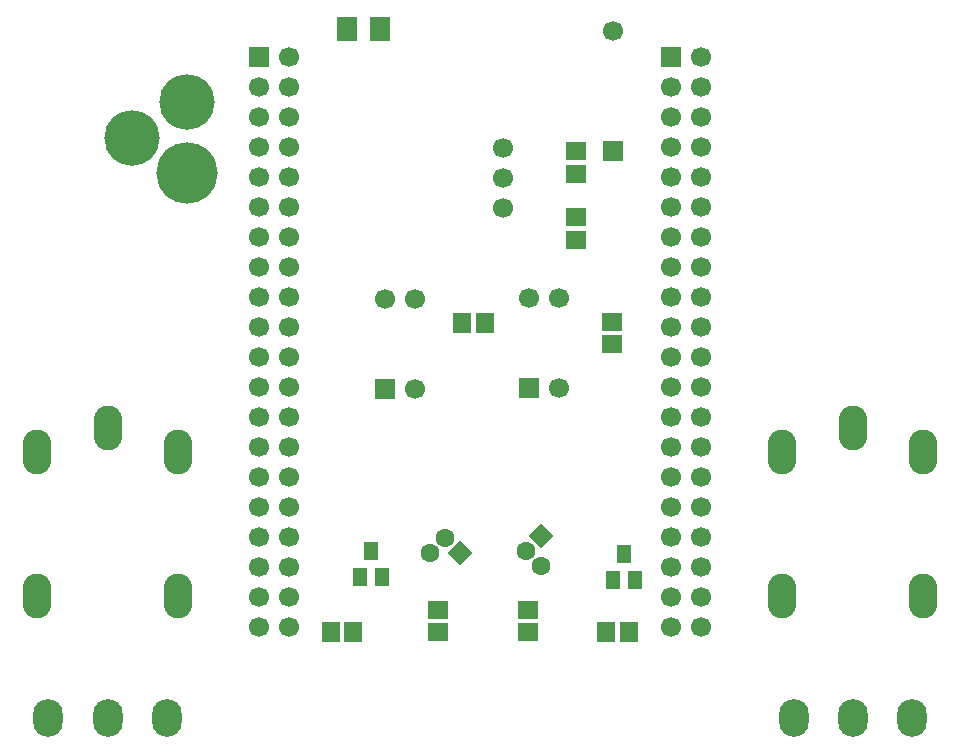
<source format=gbr>
G04 DipTrace 3.0.0.1*
G04 TopMask.gbr*
%MOIN*%
G04 #@! TF.FileFunction,Soldermask,Top*
G04 #@! TF.Part,Single*
%AMOUTLINE1*5,1,4,0,0,0.082002,90.0*%
%AMOUTLINE4*5,1,4,0,0,0.082002,-179.999998*%
%ADD48R,0.047244X0.062992*%
%ADD50C,0.062992*%
%ADD52C,0.066929*%
%ADD54R,0.059055X0.066929*%
%ADD56O,0.094488X0.149606*%
%ADD58C,0.204724*%
%ADD60C,0.185039*%
%ADD62R,0.070866X0.07874*%
%ADD64C,0.066929*%
%ADD66R,0.066929X0.066929*%
%ADD68R,0.066929X0.059055*%
%ADD70O,0.098425X0.125984*%
%ADD78OUTLINE1*%
%ADD81OUTLINE4*%
%FSLAX26Y26*%
G04*
G70*
G90*
G75*
G01*
G04 TopMask*
%LPD*%
D70*
X931103Y589370D3*
X734252D3*
X537402D3*
X3414961D3*
X3218110D3*
X3021260D3*
D68*
X2297244Y2478741D3*
Y2403938D3*
Y2184252D3*
Y2259055D3*
D66*
X2418898Y2480709D3*
D64*
Y2878347D3*
D62*
X1533071Y2885827D3*
X1643307D3*
D60*
X1000394Y2642520D3*
D58*
Y2406299D3*
D60*
X815355Y2524410D3*
D56*
X734252Y1555906D3*
X499252Y1475906D3*
X969252D3*
Y995906D3*
X499252D3*
X3218504Y1555906D3*
X2983504Y1475906D3*
X3453504D3*
Y995906D3*
X2983504D3*
D54*
X1477953Y876772D3*
X1552756D3*
X2472047Y875197D3*
X2397244D3*
D66*
X1658268Y1687402D3*
D52*
X1758268D3*
Y1987402D3*
X1658268D3*
D66*
X2138583Y1690945D3*
D52*
X2238583D3*
Y1990945D3*
X2138583D3*
D50*
X1809843Y1140158D3*
X1859843Y1190158D3*
D78*
X1909843Y1140158D3*
D50*
X2179921Y1095276D3*
X2129921Y1145276D3*
D81*
X2179921Y1195276D3*
D54*
X1991339Y1906693D3*
X1916536D3*
D68*
X1837008Y949607D3*
Y874803D3*
X2414567Y1910630D3*
Y1835827D3*
X2135040Y949607D3*
Y874803D3*
D66*
X2613780Y2793701D3*
D64*
X2713780D3*
X2613780Y2693701D3*
X2713780D3*
X2613780Y2593701D3*
X2713780D3*
X2613780Y2493701D3*
X2713780D3*
X2613780Y2393701D3*
X2713780D3*
X2613780Y2293701D3*
X2713780D3*
X2613780Y2193701D3*
X2713780D3*
X2613780Y2093701D3*
X2713780D3*
X2613780Y1993701D3*
X2713780D3*
X2613780Y1893701D3*
X2713780D3*
X2613780Y1793701D3*
X2713780D3*
X2613780Y1693701D3*
X2713780D3*
X2613780Y1593701D3*
X2713780D3*
X2613780Y1493701D3*
X2713780D3*
X2613780Y1393701D3*
X2713780D3*
X2613780Y1293701D3*
X2713780D3*
X2613780Y1193701D3*
X2713780D3*
X2613780Y1093701D3*
X2713780D3*
X2613780Y993701D3*
X2713780D3*
X2613780Y893701D3*
X2713780D3*
D48*
X1574410Y1059055D3*
X1611811Y1145670D3*
X1649213Y1059055D3*
X2418898Y1049213D3*
X2456299Y1135827D3*
X2493701Y1049213D3*
D66*
X1238977Y2793701D3*
D64*
X1338977D3*
X1238977Y2693701D3*
X1338977D3*
X1238977Y2593701D3*
X1338977D3*
X1238977Y2493701D3*
X1338977D3*
X1238977Y2393701D3*
X1338977D3*
X1238977Y2293701D3*
X1338977D3*
X1238977Y2193701D3*
X1338977D3*
X1238977Y2093701D3*
X1338977D3*
X1238977Y1993701D3*
X1338977D3*
X1238977Y1893701D3*
X1338977D3*
X1238977Y1793701D3*
X1338977D3*
X1238977Y1693701D3*
X1338977D3*
X1238977Y1593701D3*
X1338977D3*
X1238977Y1493701D3*
X1338977D3*
X1238977Y1393701D3*
X1338977D3*
X1238977Y1293701D3*
X1338977D3*
X1238977Y1193701D3*
X1338977D3*
X1238977Y1093701D3*
X1338977D3*
X1238977Y993701D3*
X1338977D3*
X1238977Y893701D3*
X1338977D3*
D52*
X2051575Y2290551D3*
Y2390551D3*
Y2490551D3*
M02*

</source>
